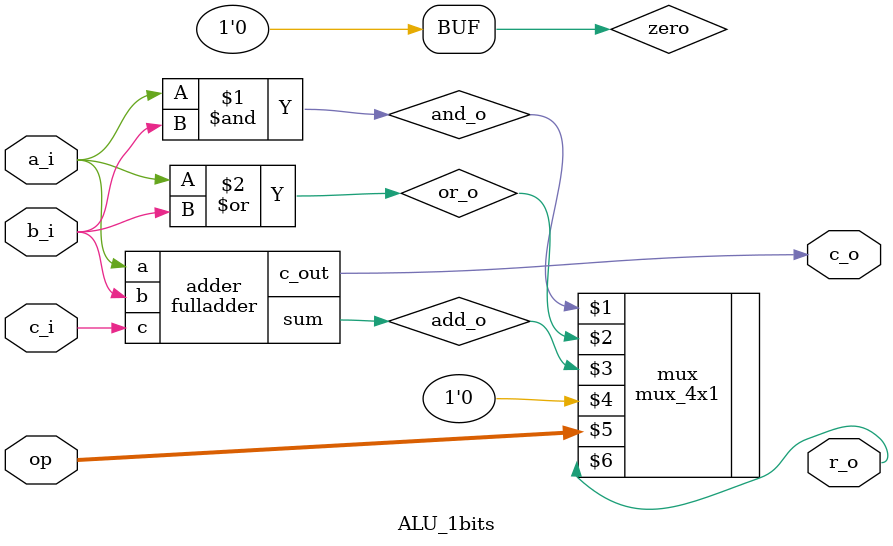
<source format=v>
`include "mux.v"

module fulladder (
    input wire a, b, c,
    output wire sum, c_out
);
    wire x1, a1, a2;
    xor xor1(x1, a, b); // xor(out, in, in);
    xor xor2(sum, x1, c);

    and and1(a1, a, b); // and(out, in, in);
    and and2(a2, x1, c);
    
    or or1(c_out, a1, a2); // or(out, in, in);

endmodule

module ALU_1bits (
    input wire a_i,
    input wire b_i,
    input wire c_i,
    input wire [1:0] op,

    output wire r_o,
    output wire c_o
);
    wire and_o, or_o, add_o, zero;
    assign and_o = a_i & b_i;
    assign or_o = a_i | b_i;
    assign zero = 1'b0;
    fulladder adder(a_i, b_i, c_i, add_o, c_o);
    mux_4x1 mux(and_o, or_o, add_o, zero, op, r_o);

endmodule
</source>
